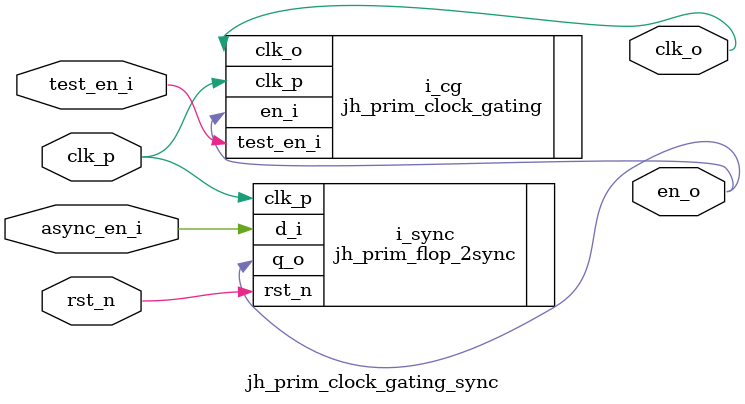
<source format=sv>

module jh_prim_clock_gating_sync (
  input        clk_p,
  input        rst_n,
  input        test_en_i,
  input        async_en_i,
  output logic en_o,
  output logic clk_o
);


  jh_prim_flop_2sync #(
    .Width(1)
  ) i_sync (
    .clk_p,
    .rst_n,
    .d_i(async_en_i),
    .q_o(en_o)
  );

  jh_prim_clock_gating i_cg (
    .clk_p,
    .en_i(en_o),
    .test_en_i,
    .clk_o
  );


endmodule

</source>
